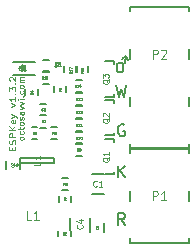
<source format=gbr>
G04 #@! TF.GenerationSoftware,KiCad,Pcbnew,no-vcs-found-7613~57~ubuntu16.04.1*
G04 #@! TF.CreationDate,2017-02-19T17:16:57-08:00*
G04 #@! TF.ProjectId,ESPKey,4553504B65792E6B696361645F706362,rev?*
G04 #@! TF.FileFunction,Legend,Top*
G04 #@! TF.FilePolarity,Positive*
%FSLAX46Y46*%
G04 Gerber Fmt 4.6, Leading zero omitted, Abs format (unit mm)*
G04 Created by KiCad (PCBNEW no-vcs-found-7613~57~ubuntu16.04.1) date Sun Feb 19 17:16:57 2017*
%MOMM*%
%LPD*%
G01*
G04 APERTURE LIST*
%ADD10C,0.100000*%
%ADD11C,0.080000*%
%ADD12C,0.200000*%
%ADD13C,0.150000*%
%ADD14C,0.076200*%
%ADD15C,0.050000*%
%ADD16C,0.101600*%
G04 APERTURE END LIST*
D10*
D11*
X105526190Y-111162500D02*
X105502380Y-111212500D01*
X105478571Y-111237500D01*
X105430952Y-111262500D01*
X105288095Y-111262500D01*
X105240476Y-111237500D01*
X105216666Y-111212500D01*
X105192857Y-111162500D01*
X105192857Y-111087500D01*
X105216666Y-111037500D01*
X105240476Y-111012500D01*
X105288095Y-110987500D01*
X105430952Y-110987500D01*
X105478571Y-111012500D01*
X105502380Y-111037500D01*
X105526190Y-111087500D01*
X105526190Y-111162500D01*
X105502380Y-110537500D02*
X105526190Y-110587500D01*
X105526190Y-110687500D01*
X105502380Y-110737500D01*
X105478571Y-110762500D01*
X105430952Y-110787500D01*
X105288095Y-110787500D01*
X105240476Y-110762500D01*
X105216666Y-110737500D01*
X105192857Y-110687500D01*
X105192857Y-110587500D01*
X105216666Y-110537500D01*
X105192857Y-110387500D02*
X105192857Y-110187500D01*
X105026190Y-110312500D02*
X105454761Y-110312500D01*
X105502380Y-110287500D01*
X105526190Y-110237500D01*
X105526190Y-110187500D01*
X105526190Y-109937500D02*
X105502380Y-109987500D01*
X105478571Y-110012500D01*
X105430952Y-110037500D01*
X105288095Y-110037500D01*
X105240476Y-110012500D01*
X105216666Y-109987500D01*
X105192857Y-109937500D01*
X105192857Y-109862500D01*
X105216666Y-109812500D01*
X105240476Y-109787500D01*
X105288095Y-109762500D01*
X105430952Y-109762500D01*
X105478571Y-109787500D01*
X105502380Y-109812500D01*
X105526190Y-109862500D01*
X105526190Y-109937500D01*
X105502380Y-109562500D02*
X105526190Y-109512500D01*
X105526190Y-109412500D01*
X105502380Y-109362500D01*
X105454761Y-109337500D01*
X105430952Y-109337500D01*
X105383333Y-109362500D01*
X105359523Y-109412500D01*
X105359523Y-109487500D01*
X105335714Y-109537500D01*
X105288095Y-109562500D01*
X105264285Y-109562500D01*
X105216666Y-109537500D01*
X105192857Y-109487500D01*
X105192857Y-109412500D01*
X105216666Y-109362500D01*
X105526190Y-108887500D02*
X105264285Y-108887500D01*
X105216666Y-108912500D01*
X105192857Y-108962500D01*
X105192857Y-109062500D01*
X105216666Y-109112500D01*
X105502380Y-108887500D02*
X105526190Y-108937500D01*
X105526190Y-109062500D01*
X105502380Y-109112500D01*
X105454761Y-109137500D01*
X105407142Y-109137500D01*
X105359523Y-109112500D01*
X105335714Y-109062500D01*
X105335714Y-108937500D01*
X105311904Y-108887500D01*
X105192857Y-108687500D02*
X105526190Y-108562500D01*
X105192857Y-108437500D01*
X105192857Y-108287500D02*
X105526190Y-108162500D01*
X105192857Y-108037500D01*
X105526190Y-107837500D02*
X105192857Y-107837500D01*
X105026190Y-107837500D02*
X105050000Y-107862500D01*
X105073809Y-107837500D01*
X105050000Y-107812500D01*
X105026190Y-107837500D01*
X105073809Y-107837500D01*
X105478571Y-107587500D02*
X105502380Y-107562500D01*
X105526190Y-107587500D01*
X105502380Y-107612500D01*
X105478571Y-107587500D01*
X105526190Y-107587500D01*
X105502380Y-107112500D02*
X105526190Y-107162500D01*
X105526190Y-107262500D01*
X105502380Y-107312500D01*
X105478571Y-107337500D01*
X105430952Y-107362500D01*
X105288095Y-107362500D01*
X105240476Y-107337500D01*
X105216666Y-107312500D01*
X105192857Y-107262500D01*
X105192857Y-107162500D01*
X105216666Y-107112500D01*
X105526190Y-106812500D02*
X105502380Y-106862500D01*
X105478571Y-106887500D01*
X105430952Y-106912500D01*
X105288095Y-106912500D01*
X105240476Y-106887500D01*
X105216666Y-106862500D01*
X105192857Y-106812500D01*
X105192857Y-106737500D01*
X105216666Y-106687500D01*
X105240476Y-106662500D01*
X105288095Y-106637500D01*
X105430952Y-106637500D01*
X105478571Y-106662500D01*
X105502380Y-106687500D01*
X105526190Y-106737500D01*
X105526190Y-106812500D01*
X105526190Y-106412500D02*
X105192857Y-106412500D01*
X105240476Y-106412500D02*
X105216666Y-106387500D01*
X105192857Y-106337500D01*
X105192857Y-106262500D01*
X105216666Y-106212500D01*
X105264285Y-106187500D01*
X105526190Y-106187500D01*
X105264285Y-106187500D02*
X105216666Y-106162500D01*
X105192857Y-106112500D01*
X105192857Y-106037500D01*
X105216666Y-105987500D01*
X105264285Y-105962500D01*
X105526190Y-105962500D01*
D10*
X104564285Y-112150000D02*
X104564285Y-111950000D01*
X104826190Y-111864285D02*
X104826190Y-112150000D01*
X104326190Y-112150000D01*
X104326190Y-111864285D01*
X104802380Y-111635714D02*
X104826190Y-111550000D01*
X104826190Y-111407142D01*
X104802380Y-111350000D01*
X104778571Y-111321428D01*
X104730952Y-111292857D01*
X104683333Y-111292857D01*
X104635714Y-111321428D01*
X104611904Y-111350000D01*
X104588095Y-111407142D01*
X104564285Y-111521428D01*
X104540476Y-111578571D01*
X104516666Y-111607142D01*
X104469047Y-111635714D01*
X104421428Y-111635714D01*
X104373809Y-111607142D01*
X104350000Y-111578571D01*
X104326190Y-111521428D01*
X104326190Y-111378571D01*
X104350000Y-111292857D01*
X104826190Y-111035714D02*
X104326190Y-111035714D01*
X104326190Y-110807142D01*
X104350000Y-110750000D01*
X104373809Y-110721428D01*
X104421428Y-110692857D01*
X104492857Y-110692857D01*
X104540476Y-110721428D01*
X104564285Y-110750000D01*
X104588095Y-110807142D01*
X104588095Y-111035714D01*
X104826190Y-110435714D02*
X104326190Y-110435714D01*
X104826190Y-110092857D02*
X104540476Y-110350000D01*
X104326190Y-110092857D02*
X104611904Y-110435714D01*
X104802380Y-109607142D02*
X104826190Y-109664285D01*
X104826190Y-109778571D01*
X104802380Y-109835714D01*
X104754761Y-109864285D01*
X104564285Y-109864285D01*
X104516666Y-109835714D01*
X104492857Y-109778571D01*
X104492857Y-109664285D01*
X104516666Y-109607142D01*
X104564285Y-109578571D01*
X104611904Y-109578571D01*
X104659523Y-109864285D01*
X104492857Y-109378571D02*
X104826190Y-109235714D01*
X104492857Y-109092857D02*
X104826190Y-109235714D01*
X104945238Y-109292857D01*
X104969047Y-109321428D01*
X104992857Y-109378571D01*
X104492857Y-108464285D02*
X104826190Y-108321428D01*
X104492857Y-108178571D01*
X104826190Y-107635714D02*
X104826190Y-107978571D01*
X104826190Y-107807142D02*
X104326190Y-107807142D01*
X104397619Y-107864285D01*
X104445238Y-107921428D01*
X104469047Y-107978571D01*
X104778571Y-107378571D02*
X104802380Y-107350000D01*
X104826190Y-107378571D01*
X104802380Y-107407142D01*
X104778571Y-107378571D01*
X104826190Y-107378571D01*
X104326190Y-107150000D02*
X104326190Y-106778571D01*
X104516666Y-106978571D01*
X104516666Y-106892857D01*
X104540476Y-106835714D01*
X104564285Y-106807142D01*
X104611904Y-106778571D01*
X104730952Y-106778571D01*
X104778571Y-106807142D01*
X104802380Y-106835714D01*
X104826190Y-106892857D01*
X104826190Y-107064285D01*
X104802380Y-107121428D01*
X104778571Y-107150000D01*
X104778571Y-106521428D02*
X104802380Y-106492857D01*
X104826190Y-106521428D01*
X104802380Y-106550000D01*
X104778571Y-106521428D01*
X104826190Y-106521428D01*
X104373809Y-106264285D02*
X104350000Y-106235714D01*
X104326190Y-106178571D01*
X104326190Y-106035714D01*
X104350000Y-105978571D01*
X104373809Y-105950000D01*
X104421428Y-105921428D01*
X104469047Y-105921428D01*
X104540476Y-105950000D01*
X104826190Y-106292857D01*
X104826190Y-105921428D01*
X108100000Y-105000000D02*
X108300000Y-105100000D01*
X108700000Y-105000000D02*
X108100000Y-105000000D01*
D12*
X114061904Y-110000000D02*
X113966666Y-109952380D01*
X113823809Y-109952380D01*
X113680952Y-110000000D01*
X113585714Y-110095238D01*
X113538095Y-110190476D01*
X113490476Y-110380952D01*
X113490476Y-110523809D01*
X113538095Y-110714285D01*
X113585714Y-110809523D01*
X113680952Y-110904761D01*
X113823809Y-110952380D01*
X113919047Y-110952380D01*
X114061904Y-110904761D01*
X114109523Y-110857142D01*
X114109523Y-110523809D01*
X113919047Y-110523809D01*
X114200000Y-104200000D02*
X114400000Y-104500000D01*
X114200000Y-104200000D02*
X113900000Y-104400000D01*
X114100000Y-104800000D02*
X114200000Y-104200000D01*
D13*
X113623809Y-104761904D02*
X113776190Y-104761904D01*
X113852380Y-104800000D01*
X113928571Y-104876190D01*
X113966666Y-105028571D01*
X113966666Y-105295238D01*
X113928571Y-105447619D01*
X113852380Y-105523809D01*
X113776190Y-105561904D01*
X113623809Y-105561904D01*
X113547619Y-105523809D01*
X113471428Y-105447619D01*
X113433333Y-105295238D01*
X113433333Y-105028571D01*
X113471428Y-104876190D01*
X113547619Y-104800000D01*
X113623809Y-104761904D01*
D12*
X113371428Y-106652380D02*
X113609523Y-107652380D01*
X113800000Y-106938095D01*
X113990476Y-107652380D01*
X114228571Y-106652380D01*
X113538095Y-114452380D02*
X113538095Y-113452380D01*
X114109523Y-114452380D02*
X113680952Y-113880952D01*
X114109523Y-113452380D02*
X113538095Y-114023809D01*
X114109523Y-118452380D02*
X113776190Y-117976190D01*
X113538095Y-118452380D02*
X113538095Y-117452380D01*
X113919047Y-117452380D01*
X114014285Y-117500000D01*
X114061904Y-117547619D01*
X114109523Y-117642857D01*
X114109523Y-117785714D01*
X114061904Y-117880952D01*
X114014285Y-117928571D01*
X113919047Y-117976190D01*
X113538095Y-117976190D01*
D13*
X105097000Y-113415000D02*
G75*
G03X105097000Y-113415000I-100000J0D01*
G01*
X105247000Y-112765000D02*
X105247000Y-113265000D01*
X108147000Y-112765000D02*
X105247000Y-112765000D01*
X108147000Y-113265000D02*
X108147000Y-112765000D01*
X105247000Y-113265000D02*
X108147000Y-113265000D01*
X108475000Y-118950000D02*
X108475000Y-119450000D01*
X109525000Y-119450000D02*
X109525000Y-118950000D01*
X113150240Y-107399160D02*
X113150240Y-107350900D01*
X112449200Y-104600180D02*
X113150240Y-104600180D01*
X113150240Y-104600180D02*
X113150240Y-104849100D01*
X113150240Y-107399160D02*
X113150240Y-107599820D01*
X113150240Y-107599820D02*
X112449200Y-107599820D01*
X106500000Y-104650000D02*
X104600000Y-104650000D01*
X106500000Y-105750000D02*
X104600000Y-105750000D01*
X105600000Y-105200000D02*
X105150000Y-105200000D01*
X105650000Y-105450000D02*
X105650000Y-104950000D01*
X105650000Y-105200000D02*
X105400000Y-105450000D01*
X105400000Y-105450000D02*
X105400000Y-104950000D01*
X105400000Y-104950000D02*
X105650000Y-105200000D01*
X119517800Y-120014500D02*
X119517800Y-119614500D01*
X119517800Y-116414500D02*
X119517800Y-115614500D01*
X119517800Y-112014500D02*
X119517800Y-112414500D01*
X114517800Y-112414500D02*
X114517800Y-112014500D01*
X114517800Y-116414500D02*
X114517800Y-115614500D01*
X114517800Y-120014500D02*
X114517800Y-119614500D01*
X114517800Y-112014500D02*
X119517800Y-112014500D01*
X119517800Y-120014500D02*
X114517800Y-120014500D01*
X114517800Y-100000000D02*
X114517800Y-100400000D01*
X114517800Y-103600000D02*
X114517800Y-104400000D01*
X114517800Y-107600000D02*
X114517800Y-108400000D01*
X114517800Y-112000000D02*
X114517800Y-111600000D01*
X119517800Y-111600000D02*
X119517800Y-112000000D01*
X119517800Y-108400000D02*
X119517800Y-107600000D01*
X119517800Y-103600000D02*
X119517800Y-104400000D01*
X119517800Y-100000000D02*
X119517800Y-100400000D01*
X114517800Y-112000000D02*
X119517800Y-112000000D01*
X119517800Y-100000000D02*
X114517800Y-100000000D01*
X111300000Y-115840000D02*
X112300000Y-115840000D01*
X112300000Y-114140000D02*
X111300000Y-114140000D01*
X104000000Y-113750000D02*
X104000000Y-113050000D01*
X105200000Y-113050000D02*
X105200000Y-113750000D01*
X109450000Y-117900000D02*
X109450000Y-118900000D01*
X111150000Y-118900000D02*
X111150000Y-117900000D01*
X112350000Y-118350000D02*
X112350000Y-119050000D01*
X111150000Y-119050000D02*
X111150000Y-118350000D01*
X113150240Y-113999160D02*
X113150240Y-113950900D01*
X112449200Y-111200180D02*
X113150240Y-111200180D01*
X113150240Y-111200180D02*
X113150240Y-111449100D01*
X113150240Y-113999160D02*
X113150240Y-114199820D01*
X113150240Y-114199820D02*
X112449200Y-114199820D01*
X113150240Y-110699160D02*
X113150240Y-110650900D01*
X112449200Y-107900180D02*
X113150240Y-107900180D01*
X113150240Y-107900180D02*
X113150240Y-108149100D01*
X113150240Y-110699160D02*
X113150240Y-110899820D01*
X113150240Y-110899820D02*
X112449200Y-110899820D01*
X105675000Y-107000000D02*
X105675000Y-107500000D01*
X106725000Y-107500000D02*
X106725000Y-107000000D01*
X108075000Y-106750000D02*
X108075000Y-107250000D01*
X109125000Y-107250000D02*
X109125000Y-106750000D01*
X108800000Y-115525000D02*
X109300000Y-115525000D01*
X109300000Y-114475000D02*
X108800000Y-114475000D01*
X109575000Y-116500000D02*
X109575000Y-116000000D01*
X108525000Y-116000000D02*
X108525000Y-116500000D01*
X109950000Y-112625000D02*
X110450000Y-112625000D01*
X110450000Y-111575000D02*
X109950000Y-111575000D01*
X109950000Y-111625000D02*
X110450000Y-111625000D01*
X110450000Y-110575000D02*
X109950000Y-110575000D01*
X110450000Y-109475000D02*
X109950000Y-109475000D01*
X109950000Y-110525000D02*
X110450000Y-110525000D01*
X109950000Y-109425000D02*
X110450000Y-109425000D01*
X110450000Y-108375000D02*
X109950000Y-108375000D01*
X109950000Y-108325000D02*
X110450000Y-108325000D01*
X110450000Y-107275000D02*
X109950000Y-107275000D01*
X110450000Y-106175000D02*
X109950000Y-106175000D01*
X109950000Y-107225000D02*
X110450000Y-107225000D01*
X107650000Y-105475000D02*
X107150000Y-105475000D01*
X107150000Y-106525000D02*
X107650000Y-106525000D01*
X109975000Y-105050000D02*
X109975000Y-105550000D01*
X111025000Y-105550000D02*
X111025000Y-105050000D01*
X110025000Y-105550000D02*
X110025000Y-105050000D01*
X108975000Y-105050000D02*
X108975000Y-105550000D01*
X107650000Y-104475000D02*
X107150000Y-104475000D01*
X107150000Y-105525000D02*
X107650000Y-105525000D01*
X106200000Y-111225000D02*
X106700000Y-111225000D01*
X106700000Y-110175000D02*
X106200000Y-110175000D01*
X106950000Y-109175000D02*
X107450000Y-109175000D01*
X107450000Y-108225000D02*
X106950000Y-108225000D01*
X107450000Y-109175000D02*
X106950000Y-109175000D01*
X106950000Y-110225000D02*
X107450000Y-110225000D01*
X108350000Y-110175000D02*
X107850000Y-110175000D01*
X107850000Y-111225000D02*
X108350000Y-111225000D01*
D14*
X106418809Y-113402047D02*
X106830047Y-113402047D01*
X106878428Y-113377857D01*
X106902619Y-113353666D01*
X106926809Y-113305285D01*
X106926809Y-113208523D01*
X106902619Y-113160142D01*
X106878428Y-113135952D01*
X106830047Y-113111761D01*
X106418809Y-113111761D01*
X106926809Y-112603761D02*
X106926809Y-112894047D01*
X106926809Y-112748904D02*
X106418809Y-112748904D01*
X106491380Y-112797285D01*
X106539761Y-112845666D01*
X106563952Y-112894047D01*
D15*
X109090476Y-119233333D02*
X108995238Y-119300000D01*
X109090476Y-119347619D02*
X108890476Y-119347619D01*
X108890476Y-119271428D01*
X108900000Y-119252380D01*
X108909523Y-119242857D01*
X108928571Y-119233333D01*
X108957142Y-119233333D01*
X108976190Y-119242857D01*
X108985714Y-119252380D01*
X108995238Y-119271428D01*
X108995238Y-119347619D01*
X108976190Y-119119047D02*
X108966666Y-119138095D01*
X108957142Y-119147619D01*
X108938095Y-119157142D01*
X108928571Y-119157142D01*
X108909523Y-119147619D01*
X108900000Y-119138095D01*
X108890476Y-119119047D01*
X108890476Y-119080952D01*
X108900000Y-119061904D01*
X108909523Y-119052380D01*
X108928571Y-119042857D01*
X108938095Y-119042857D01*
X108957142Y-119052380D01*
X108966666Y-119061904D01*
X108976190Y-119080952D01*
X108976190Y-119119047D01*
X108985714Y-119138095D01*
X108995238Y-119147619D01*
X109014285Y-119157142D01*
X109052380Y-119157142D01*
X109071428Y-119147619D01*
X109080952Y-119138095D01*
X109090476Y-119119047D01*
X109090476Y-119080952D01*
X109080952Y-119061904D01*
X109071428Y-119052380D01*
X109052380Y-119042857D01*
X109014285Y-119042857D01*
X108995238Y-119052380D01*
X108985714Y-119061904D01*
X108976190Y-119080952D01*
D10*
X112773809Y-106147619D02*
X112750000Y-106195238D01*
X112702380Y-106242857D01*
X112630952Y-106314285D01*
X112607142Y-106361904D01*
X112607142Y-106409523D01*
X112726190Y-106385714D02*
X112702380Y-106433333D01*
X112654761Y-106480952D01*
X112559523Y-106504761D01*
X112392857Y-106504761D01*
X112297619Y-106480952D01*
X112250000Y-106433333D01*
X112226190Y-106385714D01*
X112226190Y-106290476D01*
X112250000Y-106242857D01*
X112297619Y-106195238D01*
X112392857Y-106171428D01*
X112559523Y-106171428D01*
X112654761Y-106195238D01*
X112702380Y-106242857D01*
X112726190Y-106290476D01*
X112726190Y-106385714D01*
X112226190Y-106004761D02*
X112226190Y-105695238D01*
X112416666Y-105861904D01*
X112416666Y-105790476D01*
X112440476Y-105742857D01*
X112464285Y-105719047D01*
X112511904Y-105695238D01*
X112630952Y-105695238D01*
X112678571Y-105719047D01*
X112702380Y-105742857D01*
X112726190Y-105790476D01*
X112726190Y-105933333D01*
X112702380Y-105980952D01*
X112678571Y-106004761D01*
D15*
X105104761Y-105380952D02*
X105104761Y-104980952D01*
X105200000Y-104980952D01*
X105257142Y-105000000D01*
X105295238Y-105038095D01*
X105314285Y-105076190D01*
X105333333Y-105152380D01*
X105333333Y-105209523D01*
X105314285Y-105285714D01*
X105295238Y-105323809D01*
X105257142Y-105361904D01*
X105200000Y-105380952D01*
X105104761Y-105380952D01*
X105714285Y-105380952D02*
X105485714Y-105380952D01*
X105600000Y-105380952D02*
X105600000Y-104980952D01*
X105561904Y-105038095D01*
X105523809Y-105076190D01*
X105485714Y-105095238D01*
D16*
X116457571Y-116359214D02*
X116457571Y-115597214D01*
X116747857Y-115597214D01*
X116820428Y-115633500D01*
X116856714Y-115669785D01*
X116893000Y-115742357D01*
X116893000Y-115851214D01*
X116856714Y-115923785D01*
X116820428Y-115960071D01*
X116747857Y-115996357D01*
X116457571Y-115996357D01*
X117618714Y-116359214D02*
X117183285Y-116359214D01*
X117401000Y-116359214D02*
X117401000Y-115597214D01*
X117328428Y-115706071D01*
X117255857Y-115778642D01*
X117183285Y-115814928D01*
X116457571Y-104384714D02*
X116457571Y-103622714D01*
X116747857Y-103622714D01*
X116820428Y-103659000D01*
X116856714Y-103695285D01*
X116893000Y-103767857D01*
X116893000Y-103876714D01*
X116856714Y-103949285D01*
X116820428Y-103985571D01*
X116747857Y-104021857D01*
X116457571Y-104021857D01*
X117183285Y-103695285D02*
X117219571Y-103659000D01*
X117292142Y-103622714D01*
X117473571Y-103622714D01*
X117546142Y-103659000D01*
X117582428Y-103695285D01*
X117618714Y-103767857D01*
X117618714Y-103840428D01*
X117582428Y-103949285D01*
X117147000Y-104384714D01*
X117618714Y-104384714D01*
D10*
X111716666Y-115176071D02*
X111692857Y-115199880D01*
X111621428Y-115223690D01*
X111573809Y-115223690D01*
X111502380Y-115199880D01*
X111454761Y-115152261D01*
X111430952Y-115104642D01*
X111407142Y-115009404D01*
X111407142Y-114937976D01*
X111430952Y-114842738D01*
X111454761Y-114795119D01*
X111502380Y-114747500D01*
X111573809Y-114723690D01*
X111621428Y-114723690D01*
X111692857Y-114747500D01*
X111716666Y-114771309D01*
X112192857Y-115223690D02*
X111907142Y-115223690D01*
X112050000Y-115223690D02*
X112050000Y-114723690D01*
X112002380Y-114795119D01*
X111954761Y-114842738D01*
X111907142Y-114866547D01*
D15*
X104671428Y-113433333D02*
X104680952Y-113442857D01*
X104690476Y-113471428D01*
X104690476Y-113490476D01*
X104680952Y-113519047D01*
X104661904Y-113538095D01*
X104642857Y-113547619D01*
X104604761Y-113557142D01*
X104576190Y-113557142D01*
X104538095Y-113547619D01*
X104519047Y-113538095D01*
X104500000Y-113519047D01*
X104490476Y-113490476D01*
X104490476Y-113471428D01*
X104500000Y-113442857D01*
X104509523Y-113433333D01*
X104509523Y-113357142D02*
X104500000Y-113347619D01*
X104490476Y-113328571D01*
X104490476Y-113280952D01*
X104500000Y-113261904D01*
X104509523Y-113252380D01*
X104528571Y-113242857D01*
X104547619Y-113242857D01*
X104576190Y-113252380D01*
X104690476Y-113366666D01*
X104690476Y-113242857D01*
D10*
X110478571Y-118483333D02*
X110502380Y-118507142D01*
X110526190Y-118578571D01*
X110526190Y-118626190D01*
X110502380Y-118697619D01*
X110454761Y-118745238D01*
X110407142Y-118769047D01*
X110311904Y-118792857D01*
X110240476Y-118792857D01*
X110145238Y-118769047D01*
X110097619Y-118745238D01*
X110050000Y-118697619D01*
X110026190Y-118626190D01*
X110026190Y-118578571D01*
X110050000Y-118507142D01*
X110073809Y-118483333D01*
X110192857Y-118054761D02*
X110526190Y-118054761D01*
X110002380Y-118173809D02*
X110359523Y-118292857D01*
X110359523Y-117983333D01*
D15*
X111821428Y-118733333D02*
X111830952Y-118742857D01*
X111840476Y-118771428D01*
X111840476Y-118790476D01*
X111830952Y-118819047D01*
X111811904Y-118838095D01*
X111792857Y-118847619D01*
X111754761Y-118857142D01*
X111726190Y-118857142D01*
X111688095Y-118847619D01*
X111669047Y-118838095D01*
X111650000Y-118819047D01*
X111640476Y-118790476D01*
X111640476Y-118771428D01*
X111650000Y-118742857D01*
X111659523Y-118733333D01*
X111640476Y-118552380D02*
X111640476Y-118647619D01*
X111735714Y-118657142D01*
X111726190Y-118647619D01*
X111716666Y-118628571D01*
X111716666Y-118580952D01*
X111726190Y-118561904D01*
X111735714Y-118552380D01*
X111754761Y-118542857D01*
X111802380Y-118542857D01*
X111821428Y-118552380D01*
X111830952Y-118561904D01*
X111840476Y-118580952D01*
X111840476Y-118628571D01*
X111830952Y-118647619D01*
X111821428Y-118657142D01*
D10*
X112773809Y-112747619D02*
X112750000Y-112795238D01*
X112702380Y-112842857D01*
X112630952Y-112914285D01*
X112607142Y-112961904D01*
X112607142Y-113009523D01*
X112726190Y-112985714D02*
X112702380Y-113033333D01*
X112654761Y-113080952D01*
X112559523Y-113104761D01*
X112392857Y-113104761D01*
X112297619Y-113080952D01*
X112250000Y-113033333D01*
X112226190Y-112985714D01*
X112226190Y-112890476D01*
X112250000Y-112842857D01*
X112297619Y-112795238D01*
X112392857Y-112771428D01*
X112559523Y-112771428D01*
X112654761Y-112795238D01*
X112702380Y-112842857D01*
X112726190Y-112890476D01*
X112726190Y-112985714D01*
X112726190Y-112295238D02*
X112726190Y-112580952D01*
X112726190Y-112438095D02*
X112226190Y-112438095D01*
X112297619Y-112485714D01*
X112345238Y-112533333D01*
X112369047Y-112580952D01*
X112773809Y-109447619D02*
X112750000Y-109495238D01*
X112702380Y-109542857D01*
X112630952Y-109614285D01*
X112607142Y-109661904D01*
X112607142Y-109709523D01*
X112726190Y-109685714D02*
X112702380Y-109733333D01*
X112654761Y-109780952D01*
X112559523Y-109804761D01*
X112392857Y-109804761D01*
X112297619Y-109780952D01*
X112250000Y-109733333D01*
X112226190Y-109685714D01*
X112226190Y-109590476D01*
X112250000Y-109542857D01*
X112297619Y-109495238D01*
X112392857Y-109471428D01*
X112559523Y-109471428D01*
X112654761Y-109495238D01*
X112702380Y-109542857D01*
X112726190Y-109590476D01*
X112726190Y-109685714D01*
X112273809Y-109280952D02*
X112250000Y-109257142D01*
X112226190Y-109209523D01*
X112226190Y-109090476D01*
X112250000Y-109042857D01*
X112273809Y-109019047D01*
X112321428Y-108995238D01*
X112369047Y-108995238D01*
X112440476Y-109019047D01*
X112726190Y-109304761D01*
X112726190Y-108995238D01*
D15*
X106290476Y-107283333D02*
X106195238Y-107350000D01*
X106290476Y-107397619D02*
X106090476Y-107397619D01*
X106090476Y-107321428D01*
X106100000Y-107302380D01*
X106109523Y-107292857D01*
X106128571Y-107283333D01*
X106157142Y-107283333D01*
X106176190Y-107292857D01*
X106185714Y-107302380D01*
X106195238Y-107321428D01*
X106195238Y-107397619D01*
X106157142Y-107111904D02*
X106290476Y-107111904D01*
X106080952Y-107159523D02*
X106223809Y-107207142D01*
X106223809Y-107083333D01*
X108690476Y-107033333D02*
X108595238Y-107100000D01*
X108690476Y-107147619D02*
X108490476Y-107147619D01*
X108490476Y-107071428D01*
X108500000Y-107052380D01*
X108509523Y-107042857D01*
X108528571Y-107033333D01*
X108557142Y-107033333D01*
X108576190Y-107042857D01*
X108585714Y-107052380D01*
X108595238Y-107071428D01*
X108595238Y-107147619D01*
X108490476Y-106852380D02*
X108490476Y-106947619D01*
X108585714Y-106957142D01*
X108576190Y-106947619D01*
X108566666Y-106928571D01*
X108566666Y-106880952D01*
X108576190Y-106861904D01*
X108585714Y-106852380D01*
X108604761Y-106842857D01*
X108652380Y-106842857D01*
X108671428Y-106852380D01*
X108680952Y-106861904D01*
X108690476Y-106880952D01*
X108690476Y-106928571D01*
X108680952Y-106947619D01*
X108671428Y-106957142D01*
X109016666Y-115090476D02*
X108950000Y-114995238D01*
X108902380Y-115090476D02*
X108902380Y-114890476D01*
X108978571Y-114890476D01*
X108997619Y-114900000D01*
X109007142Y-114909523D01*
X109016666Y-114928571D01*
X109016666Y-114957142D01*
X109007142Y-114976190D01*
X108997619Y-114985714D01*
X108978571Y-114995238D01*
X108902380Y-114995238D01*
X109188095Y-114890476D02*
X109150000Y-114890476D01*
X109130952Y-114900000D01*
X109121428Y-114909523D01*
X109102380Y-114938095D01*
X109092857Y-114976190D01*
X109092857Y-115052380D01*
X109102380Y-115071428D01*
X109111904Y-115080952D01*
X109130952Y-115090476D01*
X109169047Y-115090476D01*
X109188095Y-115080952D01*
X109197619Y-115071428D01*
X109207142Y-115052380D01*
X109207142Y-115004761D01*
X109197619Y-114985714D01*
X109188095Y-114976190D01*
X109169047Y-114966666D01*
X109130952Y-114966666D01*
X109111904Y-114976190D01*
X109102380Y-114985714D01*
X109092857Y-115004761D01*
X109140476Y-116283333D02*
X109045238Y-116350000D01*
X109140476Y-116397619D02*
X108940476Y-116397619D01*
X108940476Y-116321428D01*
X108950000Y-116302380D01*
X108959523Y-116292857D01*
X108978571Y-116283333D01*
X109007142Y-116283333D01*
X109026190Y-116292857D01*
X109035714Y-116302380D01*
X109045238Y-116321428D01*
X109045238Y-116397619D01*
X108940476Y-116216666D02*
X108940476Y-116083333D01*
X109140476Y-116169047D01*
X110166666Y-112190476D02*
X110100000Y-112095238D01*
X110052380Y-112190476D02*
X110052380Y-111990476D01*
X110128571Y-111990476D01*
X110147619Y-112000000D01*
X110157142Y-112009523D01*
X110166666Y-112028571D01*
X110166666Y-112057142D01*
X110157142Y-112076190D01*
X110147619Y-112085714D01*
X110128571Y-112095238D01*
X110052380Y-112095238D01*
X110261904Y-112190476D02*
X110300000Y-112190476D01*
X110319047Y-112180952D01*
X110328571Y-112171428D01*
X110347619Y-112142857D01*
X110357142Y-112104761D01*
X110357142Y-112028571D01*
X110347619Y-112009523D01*
X110338095Y-112000000D01*
X110319047Y-111990476D01*
X110280952Y-111990476D01*
X110261904Y-112000000D01*
X110252380Y-112009523D01*
X110242857Y-112028571D01*
X110242857Y-112076190D01*
X110252380Y-112095238D01*
X110261904Y-112104761D01*
X110280952Y-112114285D01*
X110319047Y-112114285D01*
X110338095Y-112104761D01*
X110347619Y-112095238D01*
X110357142Y-112076190D01*
X110071428Y-111190476D02*
X110004761Y-111095238D01*
X109957142Y-111190476D02*
X109957142Y-110990476D01*
X110033333Y-110990476D01*
X110052380Y-111000000D01*
X110061904Y-111009523D01*
X110071428Y-111028571D01*
X110071428Y-111057142D01*
X110061904Y-111076190D01*
X110052380Y-111085714D01*
X110033333Y-111095238D01*
X109957142Y-111095238D01*
X110261904Y-111190476D02*
X110147619Y-111190476D01*
X110204761Y-111190476D02*
X110204761Y-110990476D01*
X110185714Y-111019047D01*
X110166666Y-111038095D01*
X110147619Y-111047619D01*
X110385714Y-110990476D02*
X110404761Y-110990476D01*
X110423809Y-111000000D01*
X110433333Y-111009523D01*
X110442857Y-111028571D01*
X110452380Y-111066666D01*
X110452380Y-111114285D01*
X110442857Y-111152380D01*
X110433333Y-111171428D01*
X110423809Y-111180952D01*
X110404761Y-111190476D01*
X110385714Y-111190476D01*
X110366666Y-111180952D01*
X110357142Y-111171428D01*
X110347619Y-111152380D01*
X110338095Y-111114285D01*
X110338095Y-111066666D01*
X110347619Y-111028571D01*
X110357142Y-111009523D01*
X110366666Y-111000000D01*
X110385714Y-110990476D01*
X110071428Y-110090476D02*
X110004761Y-109995238D01*
X109957142Y-110090476D02*
X109957142Y-109890476D01*
X110033333Y-109890476D01*
X110052380Y-109900000D01*
X110061904Y-109909523D01*
X110071428Y-109928571D01*
X110071428Y-109957142D01*
X110061904Y-109976190D01*
X110052380Y-109985714D01*
X110033333Y-109995238D01*
X109957142Y-109995238D01*
X110261904Y-110090476D02*
X110147619Y-110090476D01*
X110204761Y-110090476D02*
X110204761Y-109890476D01*
X110185714Y-109919047D01*
X110166666Y-109938095D01*
X110147619Y-109947619D01*
X110452380Y-110090476D02*
X110338095Y-110090476D01*
X110395238Y-110090476D02*
X110395238Y-109890476D01*
X110376190Y-109919047D01*
X110357142Y-109938095D01*
X110338095Y-109947619D01*
X110071428Y-108990476D02*
X110004761Y-108895238D01*
X109957142Y-108990476D02*
X109957142Y-108790476D01*
X110033333Y-108790476D01*
X110052380Y-108800000D01*
X110061904Y-108809523D01*
X110071428Y-108828571D01*
X110071428Y-108857142D01*
X110061904Y-108876190D01*
X110052380Y-108885714D01*
X110033333Y-108895238D01*
X109957142Y-108895238D01*
X110261904Y-108990476D02*
X110147619Y-108990476D01*
X110204761Y-108990476D02*
X110204761Y-108790476D01*
X110185714Y-108819047D01*
X110166666Y-108838095D01*
X110147619Y-108847619D01*
X110338095Y-108809523D02*
X110347619Y-108800000D01*
X110366666Y-108790476D01*
X110414285Y-108790476D01*
X110433333Y-108800000D01*
X110442857Y-108809523D01*
X110452380Y-108828571D01*
X110452380Y-108847619D01*
X110442857Y-108876190D01*
X110328571Y-108990476D01*
X110452380Y-108990476D01*
X110071428Y-107890476D02*
X110004761Y-107795238D01*
X109957142Y-107890476D02*
X109957142Y-107690476D01*
X110033333Y-107690476D01*
X110052380Y-107700000D01*
X110061904Y-107709523D01*
X110071428Y-107728571D01*
X110071428Y-107757142D01*
X110061904Y-107776190D01*
X110052380Y-107785714D01*
X110033333Y-107795238D01*
X109957142Y-107795238D01*
X110261904Y-107890476D02*
X110147619Y-107890476D01*
X110204761Y-107890476D02*
X110204761Y-107690476D01*
X110185714Y-107719047D01*
X110166666Y-107738095D01*
X110147619Y-107747619D01*
X110328571Y-107690476D02*
X110452380Y-107690476D01*
X110385714Y-107766666D01*
X110414285Y-107766666D01*
X110433333Y-107776190D01*
X110442857Y-107785714D01*
X110452380Y-107804761D01*
X110452380Y-107852380D01*
X110442857Y-107871428D01*
X110433333Y-107880952D01*
X110414285Y-107890476D01*
X110357142Y-107890476D01*
X110338095Y-107880952D01*
X110328571Y-107871428D01*
X109971428Y-106790476D02*
X109904761Y-106695238D01*
X109857142Y-106790476D02*
X109857142Y-106590476D01*
X109933333Y-106590476D01*
X109952380Y-106600000D01*
X109961904Y-106609523D01*
X109971428Y-106628571D01*
X109971428Y-106657142D01*
X109961904Y-106676190D01*
X109952380Y-106685714D01*
X109933333Y-106695238D01*
X109857142Y-106695238D01*
X110161904Y-106790476D02*
X110047619Y-106790476D01*
X110104761Y-106790476D02*
X110104761Y-106590476D01*
X110085714Y-106619047D01*
X110066666Y-106638095D01*
X110047619Y-106647619D01*
X110333333Y-106657142D02*
X110333333Y-106790476D01*
X110285714Y-106580952D02*
X110238095Y-106723809D01*
X110361904Y-106723809D01*
X107171428Y-106090476D02*
X107104761Y-105995238D01*
X107057142Y-106090476D02*
X107057142Y-105890476D01*
X107133333Y-105890476D01*
X107152380Y-105900000D01*
X107161904Y-105909523D01*
X107171428Y-105928571D01*
X107171428Y-105957142D01*
X107161904Y-105976190D01*
X107152380Y-105985714D01*
X107133333Y-105995238D01*
X107057142Y-105995238D01*
X107361904Y-106090476D02*
X107247619Y-106090476D01*
X107304761Y-106090476D02*
X107304761Y-105890476D01*
X107285714Y-105919047D01*
X107266666Y-105938095D01*
X107247619Y-105947619D01*
X107542857Y-105890476D02*
X107447619Y-105890476D01*
X107438095Y-105985714D01*
X107447619Y-105976190D01*
X107466666Y-105966666D01*
X107514285Y-105966666D01*
X107533333Y-105976190D01*
X107542857Y-105985714D01*
X107552380Y-106004761D01*
X107552380Y-106052380D01*
X107542857Y-106071428D01*
X107533333Y-106080952D01*
X107514285Y-106090476D01*
X107466666Y-106090476D01*
X107447619Y-106080952D01*
X107438095Y-106071428D01*
X110590476Y-105528571D02*
X110495238Y-105595238D01*
X110590476Y-105642857D02*
X110390476Y-105642857D01*
X110390476Y-105566666D01*
X110400000Y-105547619D01*
X110409523Y-105538095D01*
X110428571Y-105528571D01*
X110457142Y-105528571D01*
X110476190Y-105538095D01*
X110485714Y-105547619D01*
X110495238Y-105566666D01*
X110495238Y-105642857D01*
X110590476Y-105338095D02*
X110590476Y-105452380D01*
X110590476Y-105395238D02*
X110390476Y-105395238D01*
X110419047Y-105414285D01*
X110438095Y-105433333D01*
X110447619Y-105452380D01*
X110390476Y-105166666D02*
X110390476Y-105204761D01*
X110400000Y-105223809D01*
X110409523Y-105233333D01*
X110438095Y-105252380D01*
X110476190Y-105261904D01*
X110552380Y-105261904D01*
X110571428Y-105252380D01*
X110580952Y-105242857D01*
X110590476Y-105223809D01*
X110590476Y-105185714D01*
X110580952Y-105166666D01*
X110571428Y-105157142D01*
X110552380Y-105147619D01*
X110504761Y-105147619D01*
X110485714Y-105157142D01*
X110476190Y-105166666D01*
X110466666Y-105185714D01*
X110466666Y-105223809D01*
X110476190Y-105242857D01*
X110485714Y-105252380D01*
X110504761Y-105261904D01*
X109590476Y-105528571D02*
X109495238Y-105595238D01*
X109590476Y-105642857D02*
X109390476Y-105642857D01*
X109390476Y-105566666D01*
X109400000Y-105547619D01*
X109409523Y-105538095D01*
X109428571Y-105528571D01*
X109457142Y-105528571D01*
X109476190Y-105538095D01*
X109485714Y-105547619D01*
X109495238Y-105566666D01*
X109495238Y-105642857D01*
X109590476Y-105338095D02*
X109590476Y-105452380D01*
X109590476Y-105395238D02*
X109390476Y-105395238D01*
X109419047Y-105414285D01*
X109438095Y-105433333D01*
X109447619Y-105452380D01*
X109390476Y-105271428D02*
X109390476Y-105138095D01*
X109590476Y-105223809D01*
X108271428Y-104890476D02*
X108204761Y-104795238D01*
X108157142Y-104890476D02*
X108157142Y-104690476D01*
X108233333Y-104690476D01*
X108252380Y-104700000D01*
X108261904Y-104709523D01*
X108271428Y-104728571D01*
X108271428Y-104757142D01*
X108261904Y-104776190D01*
X108252380Y-104785714D01*
X108233333Y-104795238D01*
X108157142Y-104795238D01*
X108461904Y-104890476D02*
X108347619Y-104890476D01*
X108404761Y-104890476D02*
X108404761Y-104690476D01*
X108385714Y-104719047D01*
X108366666Y-104738095D01*
X108347619Y-104747619D01*
X108576190Y-104776190D02*
X108557142Y-104766666D01*
X108547619Y-104757142D01*
X108538095Y-104738095D01*
X108538095Y-104728571D01*
X108547619Y-104709523D01*
X108557142Y-104700000D01*
X108576190Y-104690476D01*
X108614285Y-104690476D01*
X108633333Y-104700000D01*
X108642857Y-104709523D01*
X108652380Y-104728571D01*
X108652380Y-104738095D01*
X108642857Y-104757142D01*
X108633333Y-104766666D01*
X108614285Y-104776190D01*
X108576190Y-104776190D01*
X108557142Y-104785714D01*
X108547619Y-104795238D01*
X108538095Y-104814285D01*
X108538095Y-104852380D01*
X108547619Y-104871428D01*
X108557142Y-104880952D01*
X108576190Y-104890476D01*
X108614285Y-104890476D01*
X108633333Y-104880952D01*
X108642857Y-104871428D01*
X108652380Y-104852380D01*
X108652380Y-104814285D01*
X108642857Y-104795238D01*
X108633333Y-104785714D01*
X108614285Y-104776190D01*
X106416666Y-110790476D02*
X106350000Y-110695238D01*
X106302380Y-110790476D02*
X106302380Y-110590476D01*
X106378571Y-110590476D01*
X106397619Y-110600000D01*
X106407142Y-110609523D01*
X106416666Y-110628571D01*
X106416666Y-110657142D01*
X106407142Y-110676190D01*
X106397619Y-110685714D01*
X106378571Y-110695238D01*
X106302380Y-110695238D01*
X106607142Y-110790476D02*
X106492857Y-110790476D01*
X106550000Y-110790476D02*
X106550000Y-110590476D01*
X106530952Y-110619047D01*
X106511904Y-110638095D01*
X106492857Y-110647619D01*
D16*
X106173000Y-118044714D02*
X105810142Y-118044714D01*
X105810142Y-117282714D01*
X106826142Y-118044714D02*
X106390714Y-118044714D01*
X106608428Y-118044714D02*
X106608428Y-117282714D01*
X106535857Y-117391571D01*
X106463285Y-117464142D01*
X106390714Y-117500428D01*
D15*
X107166666Y-108771428D02*
X107157142Y-108780952D01*
X107128571Y-108790476D01*
X107109523Y-108790476D01*
X107080952Y-108780952D01*
X107061904Y-108761904D01*
X107052380Y-108742857D01*
X107042857Y-108704761D01*
X107042857Y-108676190D01*
X107052380Y-108638095D01*
X107061904Y-108619047D01*
X107080952Y-108600000D01*
X107109523Y-108590476D01*
X107128571Y-108590476D01*
X107157142Y-108600000D01*
X107166666Y-108609523D01*
X107233333Y-108590476D02*
X107357142Y-108590476D01*
X107290476Y-108666666D01*
X107319047Y-108666666D01*
X107338095Y-108676190D01*
X107347619Y-108685714D01*
X107357142Y-108704761D01*
X107357142Y-108752380D01*
X107347619Y-108771428D01*
X107338095Y-108780952D01*
X107319047Y-108790476D01*
X107261904Y-108790476D01*
X107242857Y-108780952D01*
X107233333Y-108771428D01*
X107166666Y-109790476D02*
X107100000Y-109695238D01*
X107052380Y-109790476D02*
X107052380Y-109590476D01*
X107128571Y-109590476D01*
X107147619Y-109600000D01*
X107157142Y-109609523D01*
X107166666Y-109628571D01*
X107166666Y-109657142D01*
X107157142Y-109676190D01*
X107147619Y-109685714D01*
X107128571Y-109695238D01*
X107052380Y-109695238D01*
X107242857Y-109609523D02*
X107252380Y-109600000D01*
X107271428Y-109590476D01*
X107319047Y-109590476D01*
X107338095Y-109600000D01*
X107347619Y-109609523D01*
X107357142Y-109628571D01*
X107357142Y-109647619D01*
X107347619Y-109676190D01*
X107233333Y-109790476D01*
X107357142Y-109790476D01*
X108066666Y-110790476D02*
X108000000Y-110695238D01*
X107952380Y-110790476D02*
X107952380Y-110590476D01*
X108028571Y-110590476D01*
X108047619Y-110600000D01*
X108057142Y-110609523D01*
X108066666Y-110628571D01*
X108066666Y-110657142D01*
X108057142Y-110676190D01*
X108047619Y-110685714D01*
X108028571Y-110695238D01*
X107952380Y-110695238D01*
X108133333Y-110590476D02*
X108257142Y-110590476D01*
X108190476Y-110666666D01*
X108219047Y-110666666D01*
X108238095Y-110676190D01*
X108247619Y-110685714D01*
X108257142Y-110704761D01*
X108257142Y-110752380D01*
X108247619Y-110771428D01*
X108238095Y-110780952D01*
X108219047Y-110790476D01*
X108161904Y-110790476D01*
X108142857Y-110780952D01*
X108133333Y-110771428D01*
M02*

</source>
